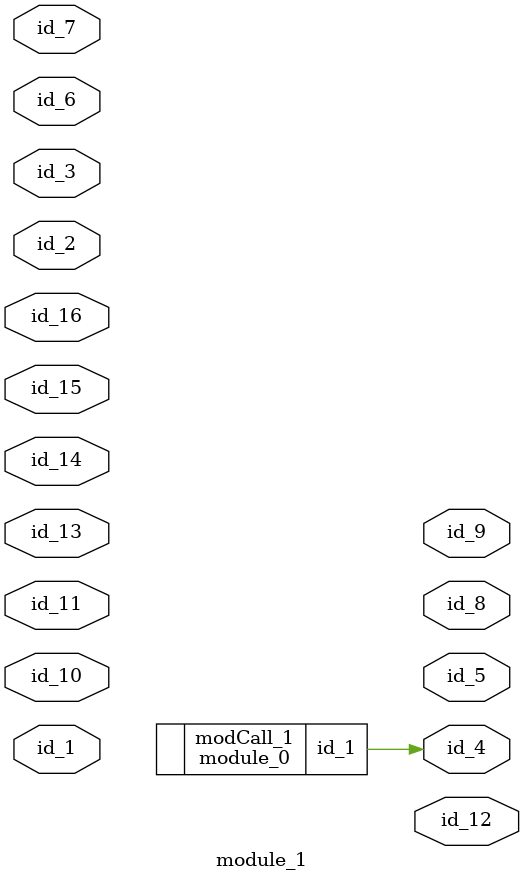
<source format=v>
module module_0 (
    id_1
);
  output wire id_1;
  wire id_2 = -1;
  wire id_3;
  assign id_1 = id_3;
  assign id_2 = id_2;
  assign id_2 = {-1{id_2}};
endmodule
module module_1 (
    id_1,
    id_2,
    id_3,
    id_4,
    id_5,
    id_6,
    id_7,
    id_8,
    id_9,
    id_10,
    id_11,
    id_12,
    id_13,
    id_14,
    id_15,
    id_16
);
  input wire id_16;
  inout wire id_15;
  inout wire id_14;
  inout wire id_13;
  output wire id_12;
  inout wire id_11;
  input wire id_10;
  output wire id_9;
  output wire id_8;
  inout wire id_7;
  inout wire id_6;
  output wire id_5;
  output wire id_4;
  inout wire id_3;
  inout wire id_2;
  inout wire id_1;
  parameter id_17 = id_14.id_3;
  wire id_18;
  wire id_19;
  module_0 modCall_1 (id_4);
endmodule

</source>
